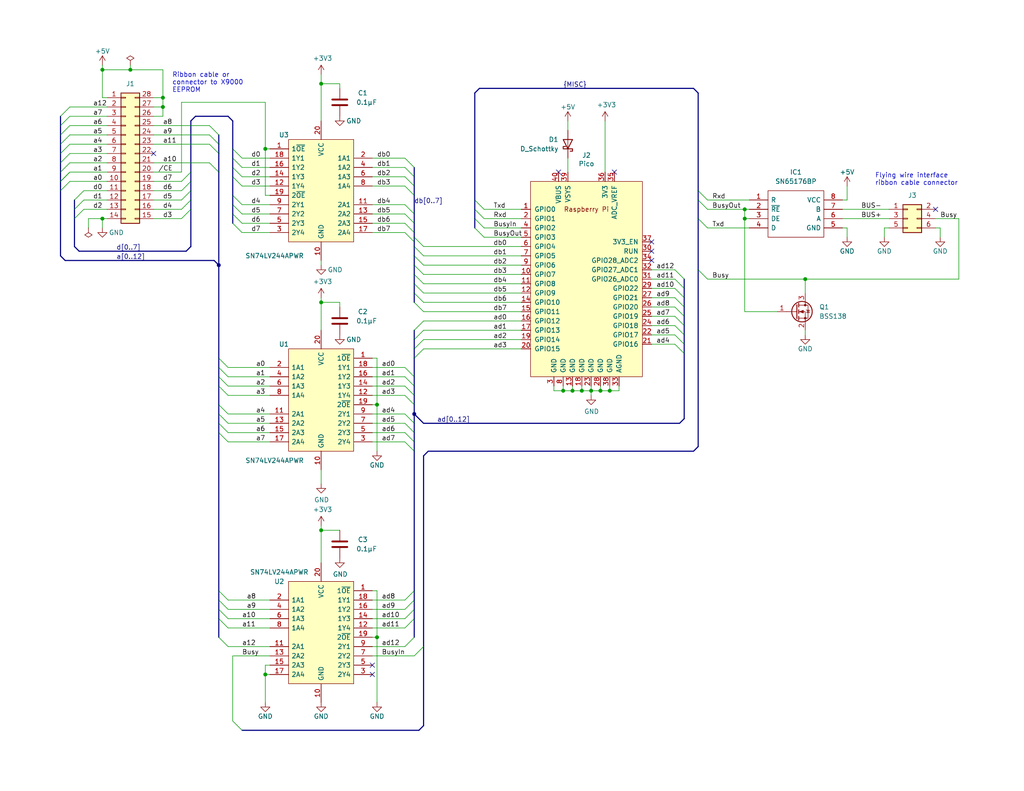
<source format=kicad_sch>
(kicad_sch (version 20211123) (generator eeschema)
  (paper "USLetter")
  (title_block (title "Xcat 9000 code plug replacment for Syntor X9000") (date "2022-08-14") (rev "A") (company "Xcat group https://groups.io/g/xcat") (comment 2 "PCB: WA1JHK") (comment 3 "Electronic Design: WB6YMH") (comment 4 "Copyright (C) 2022, Skip Hansen"))
  (lib_symbols
    (symbol "Connector_Generic:Conn_02x03_Odd_Even" (pin_names (offset 1.016) hide)
      (property "Reference" "J" (at 1.27 5.08 0))
      (property "Value" "Conn_02x03_Odd_Even" (at 1.27 -5.08 0))
      (symbol "Conn_02x03_Odd_Even_1_1"
        (rectangle (start -1.27 -2.413) (end 0 -2.667) (stroke (width 0.1524)))
        (rectangle (start -1.27 0.127) (end 0 -0.127) (stroke (width 0.1524)))
        (rectangle (start -1.27 2.667) (end 0 2.413) (stroke (width 0.1524)))
        (rectangle (start -1.27 3.81) (end 3.81 -3.81) (stroke (width 0.254)) (fill (type background)))
        (rectangle (start 3.81 -2.413) (end 2.54 -2.667) (stroke (width 0.1524)))
        (rectangle (start 3.81 0.127) (end 2.54 -0.127) (stroke (width 0.1524)))
        (rectangle (start 3.81 2.667) (end 2.54 2.413) (stroke (width 0.1524)))
        (pin passive line (at -5.08 2.54 0) (length 3.81) (name "Pin_1") (number "1"))
        (pin passive line (at 7.62 2.54 180) (length 3.81) (name "Pin_2") (number "2"))
        (pin passive line (at -5.08 0 0) (length 3.81) (name "Pin_3") (number "3"))
        (pin passive line (at 7.62 0 180) (length 3.81) (name "Pin_4") (number "4"))
        (pin passive line (at -5.08 -2.54 0) (length 3.81) (name "Pin_5") (number "5"))
        (pin passive line (at 7.62 -2.54 180) (length 3.81) (name "Pin_6") (number "6"))
      )
    )
    (symbol "Connector_Generic:Conn_02x14_Counter_Clockwise" (pin_names (offset 1.016) hide)
      (property "Reference" "J" (at 1.27 17.78 0))
      (property "Value" "Conn_02x14_Counter_Clockwise" (at 1.27 -20.32 0))
      (symbol "Conn_02x14_Counter_Clockwise_1_1"
        (rectangle (start -1.27 -17.653) (end 0 -17.907) (stroke (width 0.1524)))
        (rectangle (start -1.27 -15.113) (end 0 -15.367) (stroke (width 0.1524)))
        (rectangle (start -1.27 -12.573) (end 0 -12.827) (stroke (width 0.1524)))
        (rectangle (start -1.27 -10.033) (end 0 -10.287) (stroke (width 0.1524)))
        (rectangle (start -1.27 -7.493) (end 0 -7.747) (stroke (width 0.1524)))
        (rectangle (start -1.27 -4.953) (end 0 -5.207) (stroke (width 0.1524)))
        (rectangle (start -1.27 -2.413) (end 0 -2.667) (stroke (width 0.1524)))
        (rectangle (start -1.27 0.127) (end 0 -0.127) (stroke (width 0.1524)))
        (rectangle (start -1.27 2.667) (end 0 2.413) (stroke (width 0.1524)))
        (rectangle (start -1.27 5.207) (end 0 4.953) (stroke (width 0.1524)))
        (rectangle (start -1.27 7.747) (end 0 7.493) (stroke (width 0.1524)))
        (rectangle (start -1.27 10.287) (end 0 10.033) (stroke (width 0.1524)))
        (rectangle (start -1.27 12.827) (end 0 12.573) (stroke (width 0.1524)))
        (rectangle (start -1.27 15.367) (end 0 15.113) (stroke (width 0.1524)))
        (rectangle (start -1.27 16.51) (end 3.81 -19.05) (stroke (width 0.254)) (fill (type background)))
        (rectangle (start 3.81 -17.653) (end 2.54 -17.907) (stroke (width 0.1524)))
        (rectangle (start 3.81 -15.113) (end 2.54 -15.367) (stroke (width 0.1524)))
        (rectangle (start 3.81 -12.573) (end 2.54 -12.827) (stroke (width 0.1524)))
        (rectangle (start 3.81 -10.033) (end 2.54 -10.287) (stroke (width 0.1524)))
        (rectangle (start 3.81 -7.493) (end 2.54 -7.747) (stroke (width 0.1524)))
        (rectangle (start 3.81 -4.953) (end 2.54 -5.207) (stroke (width 0.1524)))
        (rectangle (start 3.81 -2.413) (end 2.54 -2.667) (stroke (width 0.1524)))
        (rectangle (start 3.81 0.127) (end 2.54 -0.127) (stroke (width 0.1524)))
        (rectangle (start 3.81 2.667) (end 2.54 2.413) (stroke (width 0.1524)))
        (rectangle (start 3.81 5.207) (end 2.54 4.953) (stroke (width 0.1524)))
        (rectangle (start 3.81 7.747) (end 2.54 7.493) (stroke (width 0.1524)))
        (rectangle (start 3.81 10.287) (end 2.54 10.033) (stroke (width 0.1524)))
        (rectangle (start 3.81 12.827) (end 2.54 12.573) (stroke (width 0.1524)))
        (rectangle (start 3.81 15.367) (end 2.54 15.113) (stroke (width 0.1524)))
        (pin passive line (at -5.08 15.24 0) (length 3.81) (name "Pin_1") (number "1"))
        (pin passive line (at -5.08 -7.62 0) (length 3.81) (name "Pin_10") (number "10"))
        (pin passive line (at -5.08 -10.16 0) (length 3.81) (name "Pin_11") (number "11"))
        (pin passive line (at -5.08 -12.7 0) (length 3.81) (name "Pin_12") (number "12"))
        (pin passive line (at -5.08 -15.24 0) (length 3.81) (name "Pin_13") (number "13"))
        (pin passive line (at -5.08 -17.78 0) (length 3.81) (name "Pin_14") (number "14"))
        (pin passive line (at 7.62 -17.78 180) (length 3.81) (name "Pin_15") (number "15"))
        (pin passive line (at 7.62 -15.24 180) (length 3.81) (name "Pin_16") (number "16"))
        (pin passive line (at 7.62 -12.7 180) (length 3.81) (name "Pin_17") (number "17"))
        (pin passive line (at 7.62 -10.16 180) (length 3.81) (name "Pin_18") (number "18"))
        (pin passive line (at 7.62 -7.62 180) (length 3.81) (name "Pin_19") (number "19"))
        (pin passive line (at -5.08 12.7 0) (length 3.81) (name "Pin_2") (number "2"))
        (pin passive line (at 7.62 -5.08 180) (length 3.81) (name "Pin_20") (number "20"))
        (pin passive line (at 7.62 -2.54 180) (length 3.81) (name "Pin_21") (number "21"))
        (pin passive line (at 7.62 0 180) (length 3.81) (name "Pin_22") (number "22"))
        (pin passive line (at 7.62 2.54 180) (length 3.81) (name "Pin_23") (number "23"))
        (pin passive line (at 7.62 5.08 180) (length 3.81) (name "Pin_24") (number "24"))
        (pin passive line (at 7.62 7.62 180) (length 3.81) (name "Pin_25") (number "25"))
        (pin passive line (at 7.62 10.16 180) (length 3.81) (name "Pin_26") (number "26"))
        (pin passive line (at 7.62 12.7 180) (length 3.81) (name "Pin_27") (number "27"))
        (pin passive line (at 7.62 15.24 180) (length 3.81) (name "Pin_28") (number "28"))
        (pin passive line (at -5.08 10.16 0) (length 3.81) (name "Pin_3") (number "3"))
        (pin passive line (at -5.08 7.62 0) (length 3.81) (name "Pin_4") (number "4"))
        (pin passive line (at -5.08 5.08 0) (length 3.81) (name "Pin_5") (number "5"))
        (pin passive line (at -5.08 2.54 0) (length 3.81) (name "Pin_6") (number "6"))
        (pin passive line (at -5.08 0 0) (length 3.81) (name "Pin_7") (number "7"))
        (pin passive line (at -5.08 -2.54 0) (length 3.81) (name "Pin_8") (number "8"))
        (pin passive line (at -5.08 -5.08 0) (length 3.81) (name "Pin_9") (number "9"))
      )
    )
    (symbol "Device:C" (pin_numbers hide) (pin_names (offset 0.254))
      (property "Reference" "C" (at 0.635 2.54 0))
      (property "Value" "C" (at 0.635 -2.54 0))
      (symbol "C_0_1"
        (polyline (pts (xy -2.032 -0.762) (xy 2.032 -0.762)) (stroke (width 0.508)))
        (polyline (pts (xy -2.032 0.762) (xy 2.032 0.762)) (stroke (width 0.508)))
      )
      (symbol "C_1_1"
        (pin passive line (at 0 3.81 270) (length 2.794) (name "~") (number "1"))
        (pin passive line (at 0 -3.81 90) (length 2.794) (name "~") (number "2"))
      )
    )
    (symbol "Transistor_FET:BSS138" (pin_names hide)
      (property "Reference" "Q" (at 5.08 1.905 0))
      (property "Value" "BSS138" (at 5.08 0 0))
      (symbol "BSS138_0_1"
        (polyline (pts (xy 0.254 0) (xy -2.54 0)))
        (polyline (pts (xy 0.254 1.905) (xy 0.254 -1.905)) (stroke (width 0.254)))
        (polyline (pts (xy 0.762 -1.27) (xy 0.762 -2.286)) (stroke (width 0.254)))
        (polyline (pts (xy 0.762 0.508) (xy 0.762 -0.508)) (stroke (width 0.254)))
        (polyline (pts (xy 0.762 2.286) (xy 0.762 1.27)) (stroke (width 0.254)))
        (polyline (pts (xy 2.54 2.54) (xy 2.54 1.778)))
        (polyline (pts (xy 2.54 -2.54) (xy 2.54 0) (xy 0.762 0)))
        (polyline (pts (xy 0.762 -1.778) (xy 3.302 -1.778) (xy 3.302 1.778) (xy 0.762 1.778)))
        (polyline (pts (xy 1.016 0) (xy 2.032 0.381) (xy 2.032 -0.381) (xy 1.016 0)) (fill (type outline)))
        (polyline (pts (xy 2.794 0.508) (xy 2.921 0.381) (xy 3.683 0.381) (xy 3.81 0.254)))
        (polyline (pts (xy 3.302 0.381) (xy 2.921 -0.254) (xy 3.683 -0.254) (xy 3.302 0.381)))
        (circle (center 1.651 0) (radius 2.794) (stroke (width 0.254)))
        (circle (center 2.54 -1.778) (radius 0.254) (fill (type outline)))
        (circle (center 2.54 1.778) (radius 0.254) (fill (type outline)))
      )
      (symbol "BSS138_1_1"
        (pin input line (at -5.08 0 0) (length 2.54) (name "G") (number "1"))
        (pin passive line (at 2.54 -5.08 90) (length 2.54) (name "S") (number "2"))
        (pin passive line (at 2.54 5.08 270) (length 2.54) (name "D") (number "3"))
      )
    )
    (symbol "picocart:D_Schottky" (pin_numbers hide) (pin_names (offset 1.016) hide)
      (property "Reference" "D" (at 0 2.54 0))
      (property "Value" "D_Schottky" (at 0 -2.54 0))
      (symbol "D_Schottky_0_1"
        (polyline (pts (xy 1.27 0) (xy -1.27 0)))
        (polyline (pts (xy 1.27 1.27) (xy 1.27 -1.27) (xy -1.27 0) (xy 1.27 1.27)) (stroke (width 0.254)))
        (polyline (pts (xy -1.905 0.635) (xy -1.905 1.27) (xy -1.27 1.27) (xy -1.27 -1.27) (xy -0.635 -1.27) (xy -0.635 -0.635)) (stroke (width 0.254)))
      )
      (symbol "D_Schottky_1_1"
        (pin power_out line (at -3.81 0 0) (length 2.54) (name "K") (number "1"))
        (pin power_in line (at 3.81 0 180) (length 2.54) (name "A") (number "2"))
      )
    )
    (symbol "picocart:Pico" (pin_names (offset 1.016))
      (property "Reference" "U" (at -13.97 27.94 0))
      (property "Value" "Pico" (at 0 16.51 0))
      (symbol "Pico_0_0"
        (text "Raspberry Pi" (at 0 19.05 0) (effects (font (size 1.27 1.27))))
      )
      (symbol "Pico_0_1"
        (rectangle (start -15.24 26.67) (end 15.24 -26.67) (fill (type background)))
      )
      (symbol "Pico_1_1"
        (pin bidirectional line (at -17.78 19.05 0) (length 2.54) (name "GPIO0") (number "1"))
        (pin bidirectional line (at -17.78 1.27 0) (length 2.54) (name "GPIO7") (number "10"))
        (pin bidirectional line (at -17.78 -1.27 0) (length 2.54) (name "GPIO8") (number "11"))
        (pin bidirectional line (at -17.78 -3.81 0) (length 2.54) (name "GPIO9") (number "12"))
        (pin power_in line (at -3.81 -29.21 90) (length 2.54) (name "GND") (number "13"))
        (pin bidirectional line (at -17.78 -6.35 0) (length 2.54) (name "GPIO10") (number "14"))
        (pin bidirectional line (at -17.78 -8.89 0) (length 2.54) (name "GPIO11") (number "15"))
        (pin bidirectional line (at -17.78 -11.43 0) (length 2.54) (name "GPIO12") (number "16"))
        (pin bidirectional line (at -17.78 -13.97 0) (length 2.54) (name "GPIO13") (number "17"))
        (pin power_in line (at -1.27 -29.21 90) (length 2.54) (name "GND") (number "18"))
        (pin bidirectional line (at -17.78 -16.51 0) (length 2.54) (name "GPIO14") (number "19"))
        (pin bidirectional line (at -17.78 16.51 0) (length 2.54) (name "GPIO1") (number "2"))
        (pin bidirectional line (at -17.78 -19.05 0) (length 2.54) (name "GPIO15") (number "20"))
        (pin bidirectional line (at 17.78 -17.78 180) (length 2.54) (name "GPIO16") (number "21"))
        (pin bidirectional line (at 17.78 -15.24 180) (length 2.54) (name "GPIO17") (number "22"))
        (pin power_in line (at 1.27 -29.21 90) (length 2.54) (name "GND") (number "23"))
        (pin bidirectional line (at 17.78 -12.7 180) (length 2.54) (name "GPIO18") (number "24"))
        (pin bidirectional line (at 17.78 -10.16 180) (length 2.54) (name "GPIO19") (number "25"))
        (pin bidirectional line (at 17.78 -7.62 180) (length 2.54) (name "GPIO20") (number "26"))
        (pin bidirectional line (at 17.78 -5.08 180) (length 2.54) (name "GPIO21") (number "27"))
        (pin power_in line (at 3.81 -29.21 90) (length 2.54) (name "GND") (number "28"))
        (pin bidirectional line (at 17.78 -2.54 180) (length 2.54) (name "GPIO22") (number "29"))
        (pin power_in line (at -8.89 -29.21 90) (length 2.54) (name "GND") (number "3"))
        (pin input line (at 17.78 7.62 180) (length 2.54) (name "RUN") (number "30"))
        (pin bidirectional line (at 17.78 0 180) (length 2.54) (name "GPIO26_ADC0") (number "31"))
        (pin bidirectional line (at 17.78 2.54 180) (length 2.54) (name "GPIO27_ADC1") (number "32"))
        (pin power_in line (at 8.89 -29.21 90) (length 2.54) (name "AGND") (number "33"))
        (pin bidirectional line (at 17.78 5.08 180) (length 2.54) (name "GPIO28_ADC2") (number "34"))
        (pin unspecified line (at 7.62 29.21 270) (length 2.54) (name "ADC_VREF") (number "35"))
        (pin power_out line (at 5.08 29.21 270) (length 2.54) (name "3V3") (number "36"))
        (pin input line (at 17.78 10.16 180) (length 2.54) (name "3V3_EN") (number "37"))
        (pin power_in line (at 6.35 -29.21 90) (length 2.54) (name "GND") (number "38"))
        (pin power_in line (at -5.08 29.21 270) (length 2.54) (name "VSYS") (number "39"))
        (pin bidirectional line (at -17.78 13.97 0) (length 2.54) (name "GPIO2") (number "4"))
        (pin unspecified line (at -7.62 29.21 270) (length 2.54) (name "VBUS") (number "40"))
        (pin bidirectional line (at -17.78 11.43 0) (length 2.54) (name "GPIO3") (number "5"))
        (pin bidirectional line (at -17.78 8.89 0) (length 2.54) (name "GPIO4") (number "6"))
        (pin bidirectional line (at -17.78 6.35 0) (length 2.54) (name "GPIO5") (number "7"))
        (pin power_in line (at -6.35 -29.21 90) (length 2.54) (name "GND") (number "8"))
        (pin bidirectional line (at -17.78 3.81 0) (length 2.54) (name "GPIO6") (number "9"))
      )
    )
    (symbol "picocart:SN74LV244APWR" (pin_names (offset 0.762))
      (property "Reference" "IC" (at 24.13 7.62 0))
      (property "Value" "SN74LV244APWR" (at 24.13 5.08 0))
      (symbol "SN74LV244APWR_0_0"
        (pin input line (at 27.94 0 180) (length 5.08) (name "1~{OE}") (number "1"))
        (pin passive line (at 13.97 -30.48 90) (length 5.08) (name "GND") (number "10"))
        (pin input line (at 0 -15.24 0) (length 5.08) (name "2A1") (number "11"))
        (pin output line (at 27.94 -10.16 180) (length 5.08) (name "1Y4") (number "12"))
        (pin input line (at 0 -17.78 0) (length 5.08) (name "2A2") (number "13"))
        (pin output line (at 27.94 -7.62 180) (length 5.08) (name "1Y3") (number "14"))
        (pin input line (at 0 -20.32 0) (length 5.08) (name "2A3") (number "15"))
        (pin output line (at 27.94 -5.08 180) (length 5.08) (name "1Y2") (number "16"))
        (pin input line (at 0 -22.86 0) (length 5.08) (name "2A4") (number "17"))
        (pin output line (at 27.94 -2.54 180) (length 5.08) (name "1Y1") (number "18"))
        (pin input line (at 27.94 -12.7 180) (length 5.08) (name "2~{OE}") (number "19"))
        (pin input line (at 0 -2.54 0) (length 5.08) (name "1A1") (number "2"))
        (pin power_in line (at 13.97 7.62 270) (length 5.08) (name "VCC") (number "20"))
        (pin output line (at 27.94 -22.86 180) (length 5.08) (name "2Y4") (number "3"))
        (pin input line (at 0 -5.08 0) (length 5.08) (name "1A2") (number "4"))
        (pin output line (at 27.94 -20.32 180) (length 5.08) (name "2Y3") (number "5"))
        (pin input line (at 0 -7.62 0) (length 5.08) (name "1A3") (number "6"))
        (pin output line (at 27.94 -17.78 180) (length 5.08) (name "2Y2") (number "7"))
        (pin input line (at 0 -10.16 0) (length 5.08) (name "1A4") (number "8"))
        (pin output line (at 27.94 -15.24 180) (length 5.08) (name "2Y1") (number "9"))
      )
      (symbol "SN74LV244APWR_0_1"
        (polyline (pts (xy 5.08 2.54) (xy 22.86 2.54) (xy 22.86 -25.4) (xy 5.08 -25.4) (xy 5.08 2.54)) (stroke (width 0.1524)) (fill (type background)))
      )
    )
    (symbol "power:+3V3" (power) (pin_names (offset 0))
      (property "Value" "+3V3" (at 0 3.556 0))
      (symbol "+3V3_0_1"
        (polyline (pts (xy -0.762 1.27) (xy 0 2.54)))
        (polyline (pts (xy 0 0) (xy 0 2.54)))
        (polyline (pts (xy 0 2.54) (xy 0.762 1.27)))
      )
      (symbol "+3V3_1_1"
        (pin power_in line (at 0 0 90) (length 0) hide (name "+3V3") (number "1"))
      )
    )
    (symbol "power:+5V" (power) (pin_names (offset 0))
      (property "Value" "+5V" (at 0 3.556 0))
      (symbol "+5V_0_1"
        (polyline (pts (xy -0.762 1.27) (xy 0 2.54)))
        (polyline (pts (xy 0 0) (xy 0 2.54)))
        (polyline (pts (xy 0 2.54) (xy 0.762 1.27)))
      )
      (symbol "+5V_1_1"
        (pin power_in line (at 0 0 90) (length 0) hide (name "+5V") (number "1"))
      )
    )
    (symbol "power:GND" (power) (pin_names (offset 0))
      (property "Value" "GND" (at 0 -3.81 0))
      (symbol "GND_0_1"
        (polyline (pts (xy 0 0) (xy 0 -1.27) (xy 1.27 -1.27) (xy 0 -2.54) (xy -1.27 -1.27) (xy 0 -1.27)))
      )
      (symbol "GND_1_1"
        (pin power_in line (at 0 0 270) (length 0) hide (name "GND") (number "1"))
      )
    )
    (symbol "power:PWR_FLAG" (power) (pin_numbers hide) (pin_names (offset 0) hide)
      (property "Value" "PWR_FLAG" (at 0 3.81 0))
      (symbol "PWR_FLAG_0_0"
        (pin power_out line (at 0 0 90) (length 0) (name "pwr") (number "1"))
      )
      (symbol "PWR_FLAG_0_1"
        (polyline (pts (xy 0 0) (xy 0 1.27) (xy -1.016 1.905) (xy 0 2.54) (xy 1.016 1.905) (xy 0 1.27)))
      )
    )
    (symbol "xcat:SN65176BP" (pin_names (offset 0.762))
      (property "Reference" "IC" (at 21.59 7.62 0))
      (property "Value" "SN65176BP" (at 21.59 5.08 0))
      (symbol "SN65176BP_0_0"
        (pin passive line (at 0 0 0) (length 5.08) (name "R") (number "1"))
        (pin passive line (at 0 -2.54 0) (length 5.08) (name "~{RE}") (number "2"))
        (pin passive line (at 0 -5.08 0) (length 5.08) (name "DE") (number "3"))
        (pin passive line (at 0 -7.62 0) (length 5.08) (name "D") (number "4"))
        (pin passive line (at 25.4 -7.62 180) (length 5.08) (name "GND") (number "5"))
        (pin passive line (at 25.4 -5.08 180) (length 5.08) (name "A") (number "6"))
        (pin passive line (at 25.4 -2.54 180) (length 5.08) (name "B") (number "7"))
        (pin passive line (at 25.4 0 180) (length 5.08) (name "VCC") (number "8"))
      )
      (symbol "SN65176BP_0_1"
        (polyline (pts (xy 5.08 2.54) (xy 20.32 2.54) (xy 20.32 -10.16) (xy 5.08 -10.16) (xy 5.08 2.54)) (stroke (width 0.1524)))
      )
    )
  )
  (bus_alias "MISC" (members "Txd" "Rxd" "BusyOut" "BusyIn" "Busy"))
  (junction (at 72.39 184.15))
  (junction (at 158.75 106.68))
  (junction (at 166.37 106.68))
  (junction (at 219.71 76.2))
  (junction (at 44.45 26.67))
  (junction (at 27.94 19.05))
  (junction (at 59.69 72.39))
  (junction (at 203.2 57.15))
  (junction (at 102.87 110.49))
  (junction (at 156.21 106.68))
  (junction (at 153.67 106.68))
  (junction (at 113.03 113.03))
  (junction (at 72.39 40.64))
  (junction (at 161.29 106.68))
  (junction (at 87.63 22.86))
  (junction (at 87.63 82.55))
  (junction (at 163.83 106.68))
  (junction (at 44.45 29.21))
  (junction (at 203.2 59.69))
  (junction (at 35.56 19.05))
  (junction (at 27.94 59.69))
  (junction (at 87.63 144.78))
  (junction (at 102.87 173.99))
  (no_connect (at 255.27 57.15))
  (no_connect (at 177.8 66.04))
  (no_connect (at 177.8 68.58))
  (no_connect (at 41.91 41.91))
  (no_connect (at 177.8 71.12))
  (no_connect (at 101.6 181.61))
  (no_connect (at 101.6 184.15))
  (no_connect (at 167.64 46.99))
  (no_connect (at 152.4 46.99))
  (bus_entry (at 186.69 91.44) (size -2.54 -2.54))
  (bus_entry (at 62.23 107.95) (size -2.54 -2.54))
  (bus_entry (at 115.57 77.47) (size -2.54 -2.54))
  (bus_entry (at 186.69 96.52) (size -2.54 -2.54))
  (bus_entry (at 57.15 36.83) (size 2.54 2.54))
  (bus_entry (at 113.03 110.49) (size -2.54 -2.54))
  (bus_entry (at 57.15 39.37) (size 2.54 2.54))
  (bus_entry (at 19.05 36.83) (size -2.54 2.54))
  (bus_entry (at 113.03 92.71) (size 2.54 -2.54))
  (bus_entry (at 62.23 120.65) (size -2.54 -2.54))
  (bus_entry (at 19.05 39.37) (size -2.54 2.54))
  (bus_entry (at 115.57 85.09) (size -2.54 -2.54))
  (bus_entry (at 113.03 102.87) (size -2.54 -2.54))
  (bus_entry (at 62.23 100.33) (size -2.54 -2.54))
  (bus_entry (at 115.57 67.31) (size -2.54 -2.54))
  (bus_entry (at 66.04 199.39) (size -2.54 -2.54))
  (bus_entry (at 62.23 102.87) (size -2.54 -2.54))
  (bus_entry (at 52.07 52.07) (size -2.54 2.54))
  (bus_entry (at 59.69 163.83) (size 2.54 2.54))
  (bus_entry (at 52.07 46.99) (size -2.54 2.54))
  (bus_entry (at 113.03 166.37) (size -2.54 2.54))
  (bus_entry (at 113.03 173.99) (size -2.54 2.54))
  (bus_entry (at 113.03 168.91) (size -2.54 2.54))
  (bus_entry (at 115.57 74.93) (size -2.54 -2.54))
  (bus_entry (at 66.04 48.26) (size -2.54 -2.54))
  (bus_entry (at 184.15 73.66) (size 2.54 2.54))
  (bus_entry (at 113.03 66.04) (size -2.54 -2.54))
  (bus_entry (at 52.07 49.53) (size -2.54 2.54))
  (bus_entry (at 113.03 120.65) (size -2.54 -2.54))
  (bus_entry (at 113.03 161.29) (size -2.54 2.54))
  (bus_entry (at 66.04 55.88) (size -2.54 -2.54))
  (bus_entry (at 190.5 73.66) (size 2.54 2.54))
  (bus_entry (at 115.57 176.53) (size -2.54 2.54))
  (bus_entry (at 113.03 107.95) (size -2.54 -2.54))
  (bus_entry (at 66.04 58.42) (size -2.54 -2.54))
  (bus_entry (at 66.04 43.18) (size -2.54 -2.54))
  (bus_entry (at 113.03 63.5) (size -2.54 -2.54))
  (bus_entry (at 115.57 80.01) (size -2.54 -2.54))
  (bus_entry (at 62.23 118.11) (size -2.54 -2.54))
  (bus_entry (at 113.03 60.96) (size -2.54 -2.54))
  (bus_entry (at 19.05 41.91) (size -2.54 2.54))
  (bus_entry (at 57.15 44.45) (size 2.54 2.54))
  (bus_entry (at 62.23 113.03) (size -2.54 -2.54))
  (bus_entry (at 190.5 52.07) (size 2.54 2.54))
  (bus_entry (at 186.69 88.9) (size -2.54 -2.54))
  (bus_entry (at 19.05 29.21) (size -2.54 2.54))
  (bus_entry (at 57.15 34.29) (size 2.54 2.54))
  (bus_entry (at 59.69 166.37) (size 2.54 2.54))
  (bus_entry (at 59.69 168.91) (size 2.54 2.54))
  (bus_entry (at 59.69 173.99) (size 2.54 2.54))
  (bus_entry (at 19.05 34.29) (size -2.54 2.54))
  (bus_entry (at 19.05 49.53) (size -2.54 2.54))
  (bus_entry (at 19.05 31.75) (size -2.54 2.54))
  (bus_entry (at 62.23 105.41) (size -2.54 -2.54))
  (bus_entry (at 66.04 60.96) (size -2.54 -2.54))
  (bus_entry (at 186.69 93.98) (size -2.54 -2.54))
  (bus_entry (at 113.03 90.17) (size 2.54 -2.54))
  (bus_entry (at 113.03 115.57) (size -2.54 -2.54))
  (bus_entry (at 110.49 166.37) (size 2.54 -2.54))
  (bus_entry (at 115.57 69.85) (size -2.54 -2.54))
  (bus_entry (at 113.03 95.25) (size 2.54 -2.54))
  (bus_entry (at 19.05 44.45) (size -2.54 2.54))
  (bus_entry (at 115.57 82.55) (size -2.54 -2.54))
  (bus_entry (at 22.86 52.07) (size -2.54 2.54))
  (bus_entry (at 190.5 59.69) (size 2.54 2.54))
  (bus_entry (at 113.03 50.8) (size -2.54 -2.54))
  (bus_entry (at 186.69 86.36) (size -2.54 -2.54))
  (bus_entry (at 22.86 57.15) (size -2.54 2.54))
  (bus_entry (at 66.04 63.5) (size -2.54 -2.54))
  (bus_entry (at 19.05 46.99) (size -2.54 2.54))
  (bus_entry (at 113.03 97.79) (size 2.54 -2.54))
  (bus_entry (at 113.03 118.11) (size -2.54 -2.54))
  (bus_entry (at 59.69 161.29) (size 2.54 2.54))
  (bus_entry (at 113.03 48.26) (size -2.54 -2.54))
  (bus_entry (at 184.15 76.2) (size 2.54 2.54))
  (bus_entry (at 184.15 78.74) (size 2.54 2.54))
  (bus_entry (at 66.04 45.72) (size -2.54 -2.54))
  (bus_entry (at 19.05 46.99) (size -2.54 2.54))
  (bus_entry (at 52.07 57.15) (size -2.54 2.54))
  (bus_entry (at 66.04 50.8) (size -2.54 -2.54))
  (bus_entry (at 113.03 105.41) (size -2.54 -2.54))
  (bus_entry (at 113.03 58.42) (size -2.54 -2.54))
  (bus_entry (at 129.54 59.69) (size 2.54 2.54))
  (bus_entry (at 129.54 62.23) (size 2.54 2.54))
  (bus_entry (at 129.54 57.15) (size 2.54 2.54))
  (bus_entry (at 129.54 54.61) (size 2.54 2.54))
  (bus_entry (at 113.03 53.34) (size -2.54 -2.54))
  (bus_entry (at 113.03 45.72) (size -2.54 -2.54))
  (bus_entry (at 62.23 115.57) (size -2.54 -2.54))
  (bus_entry (at 190.5 54.61) (size 2.54 2.54))
  (bus_entry (at 22.86 54.61) (size -2.54 2.54))
  (bus_entry (at 113.03 123.19) (size -2.54 -2.54))
  (bus_entry (at 186.69 83.82) (size -2.54 -2.54))
  (bus_entry (at 52.07 54.61) (size -2.54 2.54))
  (bus_entry (at 115.57 72.39) (size -2.54 -2.54))
  (bus (pts (xy 186.69 78.74) (xy 186.69 81.28)))
  (bus (pts (xy 20.32 57.15) (xy 20.32 59.69)))
  (wire (pts (xy 101.6 100.33) (xy 110.49 100.33)))
  (wire (pts (xy 153.67 106.68) (xy 156.21 106.68)))
  (wire (pts (xy 161.29 106.68) (xy 163.83 106.68)))
  (wire (pts (xy 41.91 49.53) (xy 49.53 49.53)))
  (bus (pts (xy 59.69 36.83) (xy 59.69 39.37)))
  (bus (pts (xy 63.5 43.18) (xy 63.5 40.64)))
  (wire (pts (xy 101.6 120.65) (xy 110.49 120.65)))
  (wire (pts (xy 193.04 57.15) (xy 203.2 57.15)))
  (wire (pts (xy 219.71 76.2) (xy 219.71 80.01)))
  (bus (pts (xy 16.51 46.99) (xy 16.51 44.45)))
  (wire (pts (xy 62.23 107.95) (xy 73.66 107.95)))
  (wire (pts (xy 242.57 62.23) (xy 241.3 62.23)))
  (wire (pts (xy 66.04 43.18) (xy 73.66 43.18)))
  (wire (pts (xy 49.53 27.94) (xy 72.39 27.94)))
  (wire (pts (xy 41.91 52.07) (xy 49.53 52.07)))
  (bus (pts (xy 113.03 110.49) (xy 113.03 113.03)))
  (bus (pts (xy 186.69 76.2) (xy 186.69 78.74)))
  (wire (pts (xy 177.8 93.98) (xy 184.15 93.98)))
  (wire (pts (xy 62.23 100.33) (xy 73.66 100.33)))
  (bus (pts (xy 59.69 97.79) (xy 59.69 72.39)))
  (wire (pts (xy 41.91 39.37) (xy 57.15 39.37)))
  (wire (pts (xy 87.63 128.27) (xy 87.63 132.08)))
  (wire (pts (xy 231.14 54.61) (xy 231.14 50.8)))
  (wire (pts (xy 158.75 105.41) (xy 158.75 106.68)))
  (bus (pts (xy 59.69 41.91) (xy 59.69 39.37)))
  (bus (pts (xy 190.5 59.69) (xy 190.5 73.66)))
  (wire (pts (xy 132.08 59.69) (xy 142.24 59.69)))
  (wire (pts (xy 115.57 77.47) (xy 142.24 77.47)))
  (wire (pts (xy 44.45 19.05) (xy 44.45 26.67)))
  (wire (pts (xy 161.29 106.68) (xy 161.29 107.95)))
  (bus (pts (xy 16.51 44.45) (xy 16.51 41.91)))
  (wire (pts (xy 92.71 24.13) (xy 92.71 22.86)))
  (bus (pts (xy 113.03 161.29) (xy 113.03 163.83)))
  (wire (pts (xy 166.37 106.68) (xy 168.91 106.68)))
  (wire (pts (xy 72.39 191.77) (xy 72.39 184.15)))
  (bus (pts (xy 16.51 41.91) (xy 16.51 39.37)))
  (bus (pts (xy 113.03 50.8) (xy 113.03 53.34)))
  (bus (pts (xy 59.69 163.83) (xy 59.69 166.37)))
  (bus (pts (xy 113.03 67.31) (xy 113.03 69.85)))
  (wire (pts (xy 22.86 54.61) (xy 29.21 54.61)))
  (wire (pts (xy 158.75 106.68) (xy 161.29 106.68)))
  (bus (pts (xy 113.03 64.77) (xy 113.03 66.04)))
  (wire (pts (xy 102.87 97.79) (xy 102.87 110.49)))
  (wire (pts (xy 177.8 78.74) (xy 184.15 78.74)))
  (wire (pts (xy 66.04 63.5) (xy 73.66 63.5)))
  (wire (pts (xy 101.6 118.11) (xy 110.49 118.11)))
  (bus (pts (xy 63.5 33.02) (xy 63.5 40.64)))
  (bus (pts (xy 113.03 53.34) (xy 113.03 58.42)))
  (wire (pts (xy 24.13 59.69) (xy 27.94 59.69)))
  (wire (pts (xy 161.29 105.41) (xy 161.29 106.68)))
  (bus (pts (xy 115.57 198.12) (xy 114.3 199.39)))
  (wire (pts (xy 22.86 57.15) (xy 29.21 57.15)))
  (wire (pts (xy 229.87 59.69) (xy 242.57 59.69)))
  (wire (pts (xy 41.91 44.45) (xy 57.15 44.45)))
  (bus (pts (xy 113.03 163.83) (xy 113.03 166.37)))
  (wire (pts (xy 73.66 176.53) (xy 62.23 176.53)))
  (bus (pts (xy 16.51 39.37) (xy 16.51 36.83)))
  (wire (pts (xy 41.91 29.21) (xy 44.45 29.21)))
  (bus (pts (xy 130.81 24.13) (xy 189.23 24.13)))
  (wire (pts (xy 115.57 87.63) (xy 142.24 87.63)))
  (bus (pts (xy 190.5 73.66) (xy 190.5 121.92)))
  (wire (pts (xy 154.94 35.56) (xy 154.94 33.02)))
  (wire (pts (xy 163.83 105.41) (xy 163.83 106.68)))
  (wire (pts (xy 41.91 26.67) (xy 44.45 26.67)))
  (wire (pts (xy 27.94 26.67) (xy 29.21 26.67)))
  (wire (pts (xy 115.57 74.93) (xy 142.24 74.93)))
  (bus (pts (xy 59.69 168.91) (xy 59.69 173.99)))
  (bus (pts (xy 59.69 100.33) (xy 59.69 102.87)))
  (bus (pts (xy 58.42 71.12) (xy 17.78 71.12)))
  (bus (pts (xy 59.69 118.11) (xy 59.69 161.29)))
  (wire (pts (xy 62.23 120.65) (xy 73.66 120.65)))
  (wire (pts (xy 177.8 76.2) (xy 184.15 76.2)))
  (wire (pts (xy 101.6 102.87) (xy 110.49 102.87)))
  (bus (pts (xy 59.69 105.41) (xy 59.69 110.49)))
  (wire (pts (xy 66.04 45.72) (xy 73.66 45.72)))
  (bus (pts (xy 63.5 48.26) (xy 63.5 45.72)))
  (wire (pts (xy 62.23 115.57) (xy 73.66 115.57)))
  (bus (pts (xy 113.03 72.39) (xy 113.03 74.93)))
  (wire (pts (xy 101.6 161.29) (xy 102.87 161.29)))
  (bus (pts (xy 59.69 110.49) (xy 59.69 113.03)))
  (wire (pts (xy 19.05 39.37) (xy 29.21 39.37)))
  (bus (pts (xy 129.54 62.23) (xy 129.54 59.69)))
  (wire (pts (xy 19.05 44.45) (xy 29.21 44.45)))
  (wire (pts (xy 72.39 184.15) (xy 72.39 181.61)))
  (wire (pts (xy 72.39 53.34) (xy 72.39 40.64)))
  (bus (pts (xy 63.5 60.96) (xy 63.5 58.42)))
  (wire (pts (xy 203.2 85.09) (xy 212.09 85.09)))
  (bus (pts (xy 113.03 120.65) (xy 113.03 123.19)))
  (bus (pts (xy 59.69 97.79) (xy 59.69 100.33)))
  (wire (pts (xy 44.45 19.05) (xy 35.56 19.05)))
  (wire (pts (xy 87.63 144.78) (xy 87.63 143.51)))
  (bus (pts (xy 186.69 88.9) (xy 186.69 91.44)))
  (wire (pts (xy 87.63 144.78) (xy 87.63 153.67)))
  (bus (pts (xy 186.69 114.3) (xy 185.42 115.57)))
  (wire (pts (xy 41.91 54.61) (xy 49.53 54.61)))
  (wire (pts (xy 35.56 19.05) (xy 35.56 17.78)))
  (bus (pts (xy 113.03 113.03) (xy 115.57 115.57)))
  (bus (pts (xy 59.69 113.03) (xy 59.69 115.57)))
  (wire (pts (xy 177.8 83.82) (xy 184.15 83.82)))
  (wire (pts (xy 22.86 52.07) (xy 29.21 52.07)))
  (wire (pts (xy 156.21 106.68) (xy 158.75 106.68)))
  (wire (pts (xy 73.66 171.45) (xy 62.23 171.45)))
  (bus (pts (xy 50.8 68.58) (xy 21.59 68.58)))
  (wire (pts (xy 87.63 20.32) (xy 87.63 22.86)))
  (wire (pts (xy 165.1 46.99) (xy 165.1 33.02)))
  (bus (pts (xy 186.69 83.82) (xy 186.69 86.36)))
  (wire (pts (xy 102.87 110.49) (xy 102.87 123.19)))
  (wire (pts (xy 19.05 29.21) (xy 29.21 29.21)))
  (wire (pts (xy 101.6 63.5) (xy 110.49 63.5)))
  (wire (pts (xy 115.57 92.71) (xy 142.24 92.71)))
  (wire (pts (xy 115.57 82.55) (xy 142.24 82.55)))
  (bus (pts (xy 129.54 59.69) (xy 129.54 57.15)))
  (bus (pts (xy 113.03 95.25) (xy 113.03 97.79)))
  (wire (pts (xy 204.47 59.69) (xy 203.2 59.69)))
  (wire (pts (xy 27.94 19.05) (xy 27.94 26.67)))
  (wire (pts (xy 29.21 59.69) (xy 27.94 59.69)))
  (wire (pts (xy 49.53 27.94) (xy 49.53 46.99)))
  (bus (pts (xy 52.07 33.02) (xy 52.07 46.99)))
  (bus (pts (xy 63.5 58.42) (xy 63.5 55.88)))
  (wire (pts (xy 101.6 97.79) (xy 102.87 97.79)))
  (wire (pts (xy 193.04 62.23) (xy 204.47 62.23)))
  (bus (pts (xy 129.54 57.15) (xy 129.54 54.61)))
  (bus (pts (xy 52.07 52.07) (xy 52.07 54.61)))
  (bus (pts (xy 113.03 66.04) (xy 113.03 67.31)))
  (bus (pts (xy 53.34 31.75) (xy 52.07 33.02)))
  (wire (pts (xy 261.62 76.2) (xy 219.71 76.2)))
  (wire (pts (xy 256.54 62.23) (xy 256.54 64.77)))
  (wire (pts (xy 132.08 64.77) (xy 142.24 64.77)))
  (bus (pts (xy 113.03 80.01) (xy 113.03 82.55)))
  (bus (pts (xy 113.03 90.17) (xy 113.03 92.71)))
  (bus (pts (xy 17.78 71.12) (xy 16.51 69.85)))
  (bus (pts (xy 59.69 161.29) (xy 59.69 163.83)))
  (bus (pts (xy 59.69 72.39) (xy 59.69 46.99)))
  (bus (pts (xy 113.03 92.71) (xy 113.03 95.25)))
  (wire (pts (xy 231.14 62.23) (xy 231.14 64.77)))
  (wire (pts (xy 66.04 60.96) (xy 73.66 60.96)))
  (wire (pts (xy 203.2 59.69) (xy 203.2 57.15)))
  (bus (pts (xy 20.32 59.69) (xy 20.32 67.31)))
  (bus (pts (xy 52.07 54.61) (xy 52.07 57.15)))
  (bus (pts (xy 113.03 107.95) (xy 113.03 110.49)))
  (bus (pts (xy 190.5 121.92) (xy 189.23 123.19)))
  (bus (pts (xy 21.59 68.58) (xy 20.32 67.31)))
  (wire (pts (xy 101.6 45.72) (xy 110.49 45.72)))
  (bus (pts (xy 62.23 31.75) (xy 63.5 33.02)))
  (wire (pts (xy 177.8 88.9) (xy 184.15 88.9)))
  (bus (pts (xy 20.32 54.61) (xy 20.32 57.15)))
  (wire (pts (xy 19.05 49.53) (xy 29.21 49.53)))
  (bus (pts (xy 113.03 118.11) (xy 113.03 120.65)))
  (wire (pts (xy 73.66 40.64) (xy 72.39 40.64)))
  (wire (pts (xy 19.05 41.91) (xy 29.21 41.91)))
  (wire (pts (xy 101.6 173.99) (xy 102.87 173.99)))
  (wire (pts (xy 255.27 62.23) (xy 256.54 62.23)))
  (bus (pts (xy 113.03 113.03) (xy 113.03 115.57)))
  (wire (pts (xy 229.87 54.61) (xy 231.14 54.61)))
  (wire (pts (xy 66.04 58.42) (xy 73.66 58.42)))
  (wire (pts (xy 62.23 163.83) (xy 73.66 163.83)))
  (wire (pts (xy 115.57 67.31) (xy 142.24 67.31)))
  (wire (pts (xy 177.8 86.36) (xy 184.15 86.36)))
  (wire (pts (xy 27.94 17.78) (xy 27.94 19.05)))
  (bus (pts (xy 113.03 97.79) (xy 113.03 102.87)))
  (bus (pts (xy 113.03 69.85) (xy 113.03 72.39)))
  (bus (pts (xy 59.69 72.39) (xy 58.42 71.12)))
  (bus (pts (xy 59.69 166.37) (xy 59.69 168.91)))
  (wire (pts (xy 19.05 46.99) (xy 29.21 46.99)))
  (bus (pts (xy 113.03 58.42) (xy 113.03 60.96)))
  (bus (pts (xy 115.57 176.53) (xy 115.57 198.12)))
  (wire (pts (xy 73.66 168.91) (xy 62.23 168.91)))
  (wire (pts (xy 115.57 85.09) (xy 142.24 85.09)))
  (wire (pts (xy 153.67 105.41) (xy 153.67 106.68)))
  (wire (pts (xy 168.91 106.68) (xy 168.91 105.41)))
  (wire (pts (xy 101.6 55.88) (xy 110.49 55.88)))
  (bus (pts (xy 16.51 49.53) (xy 16.51 46.99)))
  (bus (pts (xy 16.51 52.07) (xy 16.51 49.53)))
  (wire (pts (xy 92.71 144.78) (xy 87.63 144.78)))
  (wire (pts (xy 229.87 62.23) (xy 231.14 62.23)))
  (bus (pts (xy 115.57 124.46) (xy 115.57 176.53)))
  (bus (pts (xy 59.69 102.87) (xy 59.69 105.41)))
  (wire (pts (xy 41.91 57.15) (xy 49.53 57.15)))
  (bus (pts (xy 129.54 25.4) (xy 130.81 24.13)))
  (wire (pts (xy 241.3 62.23) (xy 241.3 64.77)))
  (bus (pts (xy 63.5 45.72) (xy 63.5 43.18)))
  (wire (pts (xy 101.6 166.37) (xy 110.49 166.37)))
  (wire (pts (xy 66.04 50.8) (xy 73.66 50.8)))
  (wire (pts (xy 44.45 29.21) (xy 44.45 26.67)))
  (wire (pts (xy 101.6 168.91) (xy 110.49 168.91)))
  (bus (pts (xy 113.03 60.96) (xy 113.03 63.5)))
  (bus (pts (xy 52.07 57.15) (xy 52.07 67.31)))
  (wire (pts (xy 154.94 43.18) (xy 154.94 46.99)))
  (wire (pts (xy 92.71 82.55) (xy 87.63 82.55)))
  (wire (pts (xy 24.13 62.23) (xy 24.13 59.69)))
  (wire (pts (xy 115.57 95.25) (xy 142.24 95.25)))
  (wire (pts (xy 261.62 59.69) (xy 255.27 59.69)))
  (bus (pts (xy 113.03 105.41) (xy 113.03 107.95)))
  (wire (pts (xy 72.39 181.61) (xy 73.66 181.61)))
  (bus (pts (xy 113.03 115.57) (xy 113.03 118.11)))
  (bus (pts (xy 16.51 69.85) (xy 16.51 52.07)))
  (wire (pts (xy 41.91 59.69) (xy 49.53 59.69)))
  (wire (pts (xy 142.24 90.17) (xy 115.57 90.17)))
  (wire (pts (xy 163.83 106.68) (xy 166.37 106.68)))
  (bus (pts (xy 186.69 81.28) (xy 186.69 83.82)))
  (wire (pts (xy 27.94 19.05) (xy 35.56 19.05)))
  (bus (pts (xy 113.03 123.19) (xy 113.03 161.29)))
  (wire (pts (xy 66.04 55.88) (xy 73.66 55.88)))
  (wire (pts (xy 132.08 62.23) (xy 142.24 62.23)))
  (wire (pts (xy 193.04 54.61) (xy 204.47 54.61)))
  (wire (pts (xy 101.6 58.42) (xy 110.49 58.42)))
  (wire (pts (xy 62.23 118.11) (xy 73.66 118.11)))
  (wire (pts (xy 62.23 105.41) (xy 73.66 105.41)))
  (wire (pts (xy 229.87 57.15) (xy 242.57 57.15)))
  (bus (pts (xy 113.03 74.93) (xy 113.03 77.47)))
  (wire (pts (xy 102.87 161.29) (xy 102.87 173.99)))
  (wire (pts (xy 177.8 73.66) (xy 184.15 73.66)))
  (bus (pts (xy 113.03 45.72) (xy 113.03 48.26)))
  (wire (pts (xy 101.6 115.57) (xy 110.49 115.57)))
  (wire (pts (xy 101.6 176.53) (xy 110.49 176.53)))
  (bus (pts (xy 115.57 115.57) (xy 185.42 115.57)))
  (wire (pts (xy 19.05 31.75) (xy 29.21 31.75)))
  (wire (pts (xy 177.8 91.44) (xy 184.15 91.44)))
  (bus (pts (xy 59.69 115.57) (xy 59.69 118.11)))
  (wire (pts (xy 87.63 33.02) (xy 87.63 22.86)))
  (wire (pts (xy 73.66 184.15) (xy 72.39 184.15)))
  (bus (pts (xy 129.54 54.61) (xy 129.54 25.4)))
  (wire (pts (xy 203.2 59.69) (xy 203.2 85.09)))
  (wire (pts (xy 19.05 36.83) (xy 29.21 36.83)))
  (wire (pts (xy 101.6 50.8) (xy 110.49 50.8)))
  (wire (pts (xy 102.87 173.99) (xy 102.87 191.77)))
  (wire (pts (xy 115.57 69.85) (xy 142.24 69.85)))
  (bus (pts (xy 113.03 166.37) (xy 113.03 168.91)))
  (wire (pts (xy 151.13 106.68) (xy 153.67 106.68)))
  (wire (pts (xy 62.23 102.87) (xy 73.66 102.87)))
  (wire (pts (xy 101.6 60.96) (xy 110.49 60.96)))
  (bus (pts (xy 186.69 86.36) (xy 186.69 88.9)))
  (bus (pts (xy 59.69 46.99) (xy 59.69 41.91)))
  (bus (pts (xy 113.03 168.91) (xy 113.03 173.99)))
  (wire (pts (xy 41.91 31.75) (xy 44.45 31.75)))
  (wire (pts (xy 193.04 76.2) (xy 219.71 76.2)))
  (wire (pts (xy 101.6 171.45) (xy 110.49 171.45)))
  (bus (pts (xy 52.07 46.99) (xy 52.07 49.53)))
  (wire (pts (xy 66.04 48.26) (xy 73.66 48.26)))
  (wire (pts (xy 261.62 59.69) (xy 261.62 76.2)))
  (bus (pts (xy 189.23 24.13) (xy 190.5 25.4)))
  (wire (pts (xy 87.63 81.28) (xy 87.63 82.55)))
  (wire (pts (xy 101.6 163.83) (xy 110.49 163.83)))
  (wire (pts (xy 41.91 34.29) (xy 57.15 34.29)))
  (wire (pts (xy 63.5 179.07) (xy 63.5 196.85)))
  (bus (pts (xy 116.84 123.19) (xy 115.57 124.46)))
  (wire (pts (xy 166.37 105.41) (xy 166.37 106.68)))
  (wire (pts (xy 92.71 83.82) (xy 92.71 82.55)))
  (wire (pts (xy 19.05 34.29) (xy 29.21 34.29)))
  (wire (pts (xy 101.6 179.07) (xy 113.03 179.07)))
  (bus (pts (xy 113.03 48.26) (xy 113.03 50.8)))
  (bus (pts (xy 186.69 91.44) (xy 186.69 93.98)))
  (wire (pts (xy 72.39 27.94) (xy 72.39 40.64)))
  (bus (pts (xy 190.5 54.61) (xy 190.5 59.69)))
  (wire (pts (xy 27.94 59.69) (xy 27.94 62.23)))
  (wire (pts (xy 132.08 57.15) (xy 142.24 57.15)))
  (bus (pts (xy 113.03 77.47) (xy 113.03 80.01)))
  (bus (pts (xy 190.5 52.07) (xy 190.5 54.61)))
  (bus (pts (xy 186.69 93.98) (xy 186.69 96.52)))
  (wire (pts (xy 151.13 105.41) (xy 151.13 106.68)))
  (bus (pts (xy 52.07 49.53) (xy 52.07 52.07)))
  (wire (pts (xy 219.71 90.17) (xy 219.71 91.44)))
  (wire (pts (xy 177.8 81.28) (xy 184.15 81.28)))
  (bus (pts (xy 16.51 36.83) (xy 16.51 34.29)))
  (wire (pts (xy 102.87 110.49) (xy 101.6 110.49)))
  (wire (pts (xy 73.66 53.34) (xy 72.39 53.34)))
  (bus (pts (xy 113.03 63.5) (xy 113.03 64.77)))
  (bus (pts (xy 190.5 25.4) (xy 190.5 52.07)))
  (wire (pts (xy 41.91 36.83) (xy 57.15 36.83)))
  (bus (pts (xy 113.03 102.87) (xy 113.03 105.41)))
  (wire (pts (xy 62.23 166.37) (xy 73.66 166.37)))
  (bus (pts (xy 63.5 55.88) (xy 63.5 53.34)))
  (wire (pts (xy 101.6 48.26) (xy 110.49 48.26)))
  (wire (pts (xy 49.53 46.99) (xy 41.91 46.99)))
  (bus (pts (xy 52.07 67.31) (xy 50.8 68.58)))
  (bus (pts (xy 114.3 199.39) (xy 66.04 199.39)))
  (wire (pts (xy 115.57 80.01) (xy 142.24 80.01)))
  (bus (pts (xy 16.51 34.29) (xy 16.51 31.75)))
  (bus (pts (xy 186.69 96.52) (xy 186.69 114.3)))
  (wire (pts (xy 101.6 43.18) (xy 110.49 43.18)))
  (wire (pts (xy 101.6 113.03) (xy 110.49 113.03)))
  (wire (pts (xy 115.57 72.39) (xy 142.24 72.39)))
  (wire (pts (xy 204.47 57.15) (xy 203.2 57.15)))
  (wire (pts (xy 87.63 71.12) (xy 87.63 72.39)))
  (bus (pts (xy 189.23 123.19) (xy 116.84 123.19)))
  (bus (pts (xy 53.34 31.75) (xy 62.23 31.75)))
  (wire (pts (xy 62.23 113.03) (xy 73.66 113.03)))
  (wire (pts (xy 87.63 82.55) (xy 87.63 90.17)))
  (wire (pts (xy 44.45 31.75) (xy 44.45 29.21)))
  (wire (pts (xy 73.66 179.07) (xy 63.5 179.07)))
  (wire (pts (xy 156.21 106.68) (xy 156.21 105.41)))
  (wire (pts (xy 92.71 22.86) (xy 87.63 22.86)))
  (wire (pts (xy 101.6 105.41) (xy 110.49 105.41)))
  (bus (pts (xy 63.5 53.34) (xy 63.5 48.26)))
  (wire (pts (xy 101.6 107.95) (xy 110.49 107.95)))
  (text "Flying wire interface\nribbon cable connector\n" (at 238.76 50.8 0) (effects (font (size 1.27 1.27)) (justify left bottom)))
  (text "Ribbon cable or\nconnector to X9000\nEEPROM\n" (at 46.99 25.4 0) (effects (font (size 1.27 1.27)) (justify left bottom)))
  (label "BusyIn" (at 134.62 62.23 0))
  (label "a11" (at 44.45 39.37 0))
  (label "db1" (at 102.87 45.72 0))
  (label "ad7" (at 179.07 86.36 0))
  (label "db5" (at 102.87 58.42 0))
  (label "d7" (at 71.12 63.5 180))
  (label "a0" (at 72.39 100.33 180))
  (label "ad11" (at 179.07 76.2 0))
  (label "Busy" (at 194.31 76.2 0))
  (label "a5" (at 72.39 115.57 180))
  (label "a0" (at 25.4 49.53 0))
  (label "a8" (at 67.31 163.83 0))
  (label "ad0" (at 134.62 87.63 0))
  (label "ad10" (at 179.07 78.74 0))
  (label "a10" (at 66.04 168.91 0))
  (label "d4" (at 44.45 57.15 0))
  (label "a5" (at 25.4 36.83 0))
  (label "{MISC}" (at 153.67 24.13 0))
  (label "d3" (at 44.45 59.69 0))
  (label "BusyIn" (at 104.14 179.07 0))
  (label "ad1" (at 134.62 90.17 0))
  (label "db4" (at 102.87 55.88 0))
  (label "Busy" (at 256.54 59.69 0))
  (label "d2" (at 71.12 48.26 180))
  (label "db0" (at 102.87 43.18 0))
  (label "db3" (at 134.62 74.93 0))
  (label "d6" (at 71.12 60.96 180))
  (label "ad12" (at 104.14 176.53 0))
  (label "db6" (at 134.62 82.55 0))
  (label "ad11" (at 104.14 171.45 0))
  (label "d5" (at 44.45 54.61 0))
  (label "d6" (at 44.45 52.07 0))
  (label "Txd" (at 194.31 62.23 0))
  (label "a4" (at 72.39 113.03 180))
  (label "ad6" (at 104.14 118.11 0))
  (label "Rxd" (at 194.31 54.61 0))
  (label "Rxd" (at 134.62 59.69 0))
  (label "a6" (at 25.4 34.29 0))
  (label "a12" (at 66.04 176.53 0))
  (label "ad2" (at 104.14 105.41 0))
  (label "ad3" (at 134.62 95.25 0))
  (label "Busy" (at 66.04 179.07 0))
  (label "ad3" (at 104.14 107.95 0))
  (label "ad4" (at 179.07 93.98 0))
  (label "db0" (at 134.62 67.31 0))
  (label "a9" (at 44.45 36.83 0))
  (label "db3" (at 102.87 50.8 0))
  (label "Txd" (at 134.62 57.15 0))
  (label "ad8" (at 104.14 163.83 0))
  (label "BUS+" (at 234.95 59.69 0))
  (label "ad9" (at 179.07 81.28 0))
  (label "d2" (at 25.4 57.15 0))
  (label "a10" (at 44.45 44.45 0))
  (label "ad4" (at 104.14 113.03 0))
  (label "d0" (at 25.4 52.07 0))
  (label "ad5" (at 179.07 91.44 0))
  (label "a4" (at 25.4 39.37 0))
  (label "db5" (at 134.62 80.01 0))
  (label "a8" (at 44.45 34.29 0))
  (label "d7" (at 44.45 49.53 0))
  (label "ad7" (at 104.14 120.65 0))
  (label "ad9" (at 104.14 166.37 0))
  (label "BusyOut" (at 194.31 57.15 0))
  (label "ad[0..12]" (at 128.27 115.57 180))
  (label "db6" (at 102.87 60.96 0))
  (label "db7" (at 102.87 63.5 0))
  (label "ad12" (at 179.07 73.66 0))
  (label "db2" (at 134.62 72.39 0))
  (label "a7" (at 72.39 120.65 180))
  (label "a7" (at 25.4 31.75 0))
  (label "db2" (at 102.87 48.26 0))
  (label "d5" (at 71.12 58.42 180))
  (label "{slash}CE" (at 43.18 46.99 0))
  (label "a2" (at 72.39 105.41 180))
  (label "a3" (at 25.4 41.91 0))
  (label "db4" (at 134.62 77.47 0))
  (label "a9" (at 67.31 166.37 0))
  (label "BusyOut" (at 134.62 64.77 0))
  (label "ad1" (at 104.14 102.87 0))
  (label "ad5" (at 104.14 115.57 0))
  (label "ad8" (at 179.07 83.82 0))
  (label "a6" (at 72.39 118.11 180))
  (label "BUS-" (at 234.95 57.15 0))
  (label "a1" (at 25.4 46.99 0))
  (label "d4" (at 71.12 55.88 180))
  (label "a2" (at 25.4 44.45 0))
  (label "a1" (at 72.39 102.87 180))
  (label "ad2" (at 134.62 92.71 0))
  (label "d1" (at 25.4 54.61 0))
  (label "db1" (at 134.62 69.85 0))
  (label "ad6" (at 179.07 88.9 0))
  (label "d0" (at 71.12 43.18 180))
  (label "a3" (at 72.39 107.95 180))
  (label "db[0..7]" (at 113.03 55.88 0))
  (label "a11" (at 66.04 171.45 0))
  (label "db7" (at 134.62 85.09 0))
  (label "d[0..7]" (at 31.75 68.58 0))
  (label "ad10" (at 104.14 168.91 0))
  (label "ad0" (at 104.14 100.33 0))
  (label "d1" (at 71.12 45.72 180))
  (label "a[0..12]" (at 31.75 71.12 0))
  (label "d3" (at 71.12 50.8 180))
  (label "a12" (at 25.4 29.21 0))
  (symbol (lib_id "power:+5V") (at 154.94 33.02 0) (unit 1)
    (property "Reference" "#PWR015" (effects hide))
    (property "Value" "+5V" (at 154.94 29.21 0))
  )
  (symbol (lib_id "power:GND") (at 161.29 107.95 0) (unit 1)
    (property "Reference" "#PWR016" (effects hide))
    (property "Value" "GND" (at 161.417 112.3442 0))
  )
  (symbol (lib_id "Device:C") (at 92.71 27.94 0) (mirror y) (unit 1)
    (property "Reference" "C1" (at 100.33 25.4 0) (effects (justify left)))
    (property "Value" "0.1μF" (at 102.87 27.94 0) (effects (justify left)))
    (property "Footprint" "Capacitor_SMD:C_0603_1608Metric_Pad1.08x0.95mm_HandSolder" (effects hide))
  )
  (symbol (lib_id "power:GND") (at 92.71 152.4 0) (unit 1)
    (property "Reference" "#PWR012" (effects hide))
    (property "Value" "GND" (at 92.837 156.7942 0))
  )
  (symbol (lib_id "picocart:SN74LV244APWR") (at 73.66 97.79 0) (unit 1)
    (property "Reference" "U1" (at 77.47 93.98 0))
    (property "Value" "SN74LV244APWR" (at 74.93 125.73 0))
    (property "Datasheet" "http://www.ti.com/lit/gpn/sn74lv244a" (effects hide))
    (property "Description" "Texas Instruments SN74LV244APWR Octal Buffer & Line Driver, 3-State, 2  5.5 V, 20-Pin TSSOP" (effects hide))
    (property "Height" "1.2" (effects hide))
    (property "Mouser Part Number" "595-SN74LV244APWR" (effects hide))
    (property "Mouser Price/Stock" "https://www.mouser.co.uk/ProductDetail/Texas-Instruments/SN74LV244APWR?qs=L4Mc90zKIphtUp73%252B2bASQ%3D%3D" (effects hide))
    (property "Manufacturer_Name" "Texas Instruments" (effects hide))
    (property "Manufacturer_Part_Number" "SN74LV244APWR" (effects hide))
  )
  (symbol (lib_id "power:PWR_FLAG") (at 24.13 62.23 180) (unit 1)
    (property "Reference" "#FLG0101" (effects hide))
    (property "Value" "PWR_FLAG" (effects hide))
  )
  (symbol (lib_id "power:+3V3") (at 165.1 33.02 0) (unit 1)
    (property "Reference" "#PWR017" (effects hide))
    (property "Value" "+3V3" (at 165.481 28.6258 0))
  )
  (symbol (lib_id "power:GND") (at 72.39 191.77 0) (unit 1)
    (property "Reference" "#PWR03" (effects hide))
    (property "Value" "GND" (at 72.39 195.58 0))
  )
  (symbol (lib_id "Transistor_FET:BSS138") (at 217.17 85.09 0) (unit 1)
    (property "Reference" "Q1" (at 223.52 83.8199 0) (effects (justify left)))
    (property "Value" "BSS138" (at 223.52 86.3599 0) (effects (justify left)))
    (property "Footprint" "Package_TO_SOT_SMD:SOT-23" (effects hide))
    (property "Datasheet" "https://www.fairchildsemi.com/datasheets/BS/BSS138.pdf" (effects hide))
  )
  (symbol (lib_id "power:GND") (at 102.87 191.77 0) (unit 1)
    (property "Reference" "#PWR014" (effects hide))
    (property "Value" "GND" (at 102.87 195.58 0))
  )
  (symbol (lib_id "power:GND") (at 241.3 64.77 0) (unit 1)
    (property "Reference" "#PWR021" (effects hide))
    (property "Value" "GND" (at 241.3 68.58 0))
  )
  (symbol (lib_id "power:GND") (at 92.71 31.75 0) (unit 1)
    (property "Reference" "#PWR010" (effects hide))
    (property "Value" "GND" (at 96.52 33.02 0))
  )
  (symbol (lib_id "power:GND") (at 92.71 91.44 0) (unit 1)
    (property "Reference" "#PWR011" (effects hide))
    (property "Value" "GND" (at 96.52 92.71 0))
  )
  (symbol (lib_id "power:+5V") (at 27.94 17.78 0) (unit 1)
    (property "Reference" "#PWR01" (effects hide))
    (property "Value" "+5V" (at 27.94 13.97 0))
  )
  (symbol (lib_id "power:+3V3") (at 87.63 20.32 0) (unit 1)
    (property "Reference" "#PWR04" (effects hide))
    (property "Value" "+3V3" (at 88.011 15.9258 0))
  )
  (symbol (lib_id "power:GND") (at 87.63 132.08 0) (unit 1)
    (property "Reference" "#PWR07" (effects hide))
    (property "Value" "GND" (at 87.757 136.4742 0))
  )
  (symbol (lib_id "power:GND") (at 219.71 91.44 0) (unit 1)
    (property "Reference" "#PWR018" (effects hide))
    (property "Value" "GND" (at 219.71 95.25 0))
  )
  (symbol (lib_id "Connector_Generic:Conn_02x03_Odd_Even") (at 247.65 59.69 0) (unit 1)
    (property "Reference" "J3" (at 248.92 53.34 0))
    (property "Value" "Conn_02x03_Odd_Even" (effects hide))
  )
  (symbol (lib_id "xcat:SN65176BP") (at 204.47 54.61 0) (unit 1)
    (property "Reference" "IC1" (at 217.17 46.99 0))
    (property "Value" "SN65176BP" (at 217.17 49.53 0))
    (property "Footprint" "DIP794W53P254L959H508Q8N" (effects hide))
    (property "Datasheet" "http://www.ti.com/lit/ds/symlink/sn65176b.pdf" (effects hide))
    (property "Description" "SN65176BP, Line Transceiver Differential, 5 V, 8-Pin PDIP" (effects hide))
    (property "Height" "5.08" (effects hide))
    (property "Manufacturer_Name" "Texas Instruments" (effects hide))
    (property "Manufacturer_Part_Number" "SN65176BP" (effects hide))
    (property "Mouser Part Number" "595-SN65176BP" (effects hide))
    (property "Mouser Price/Stock" "https://www.mouser.co.uk/ProductDetail/Texas-Instruments/SN65176BP?qs=LzFo6vGRJ4thT%2Fgtyxk%252BRw%3D%3D" (effects hide))
    (property "Arrow Part Number" "SN65176BP" (effects hide))
    (property "Arrow Price/Stock" "https://www.arrow.com/en/products/sn65176bp/texas-instruments?region=nac" (effects hide))
  )
  (symbol (lib_id "power:PWR_FLAG") (at 35.56 17.78 0) (unit 1)
    (property "Reference" "#FLG01" (effects hide))
    (property "Value" "PWR_FLAG" (effects hide))
  )
  (symbol (lib_id "Device:C") (at 92.71 87.63 0) (mirror y) (unit 1)
    (property "Reference" "C2" (at 100.33 85.09 0) (effects (justify left)))
    (property "Value" "0.1μF" (at 102.87 87.63 0) (effects (justify left)))
    (property "Footprint" "Capacitor_SMD:C_0603_1608Metric_Pad1.08x0.95mm_HandSolder" (effects hide))
  )
  (symbol (lib_id "picocart:Pico") (at 160.02 76.2 0) (unit 1)
    (property "Reference" "J2" (at 160.02 42.3926 0))
    (property "Value" "Pico" (at 160.02 44.704 0))
  )
  (symbol (lib_id "power:GND") (at 87.63 191.77 0) (unit 1)
    (property "Reference" "#PWR09" (effects hide))
    (property "Value" "GND" (at 87.63 195.58 0))
  )
  (symbol (lib_id "power:GND") (at 87.63 72.39 0) (unit 1)
    (property "Reference" "#PWR05" (effects hide))
    (property "Value" "GND" (at 91.44 73.66 0))
  )
  (symbol (lib_id "power:GND") (at 231.14 64.77 0) (unit 1)
    (property "Reference" "#PWR020" (effects hide))
    (property "Value" "GND" (at 231.14 68.58 0))
  )
  (symbol (lib_id "picocart:SN74LV244APWR") (at 101.6 40.64 0) (mirror y) (unit 1)
    (property "Reference" "U3" (at 77.47 36.83 0))
    (property "Value" "SN74LV244APWR" (at 74.93 69.85 0))
    (property "Datasheet" "http://www.ti.com/lit/gpn/sn74lv244a" (effects hide))
    (property "Description" "Texas Instruments SN74LV244APWR Octal Buffer & Line Driver, 3-State, 2  5.5 V, 20-Pin TSSOP" (effects hide))
    (property "Height" "1.2" (effects hide))
    (property "Mouser Part Number" "595-SN74LV244APWR" (effects hide))
    (property "Mouser Price/Stock" "https://www.mouser.co.uk/ProductDetail/Texas-Instruments/SN74LV244APWR?qs=L4Mc90zKIphtUp73%252B2bASQ%3D%3D" (effects hide))
    (property "Manufacturer_Name" "Texas Instruments" (effects hide))
    (property "Manufacturer_Part_Number" "SN74LV244APWR" (effects hide))
  )
  (symbol (lib_id "power:GND") (at 256.54 64.77 0) (unit 1)
    (property "Reference" "#PWR022" (effects hide))
    (property "Value" "GND" (at 256.54 68.58 0))
  )
  (symbol (lib_id "Device:C") (at 92.71 148.59 0) (mirror y) (unit 1)
    (property "Reference" "C3" (at 100.33 147.32 0) (effects (justify left)))
    (property "Value" "0.1μF" (at 102.87 149.86 0) (effects (justify left)))
    (property "Footprint" "Capacitor_SMD:C_0603_1608Metric_Pad1.08x0.95mm_HandSolder" (effects hide))
  )
  (symbol (lib_id "power:+3V3") (at 87.63 81.28 0) (unit 1)
    (property "Reference" "#PWR06" (effects hide))
    (property "Value" "+3V3" (at 88.011 76.8858 0))
  )
  (symbol (lib_id "power:+5V") (at 231.14 50.8 0) (unit 1)
    (property "Reference" "#PWR019" (effects hide))
    (property "Value" "+5V" (at 231.14 46.99 0))
  )
  (symbol (lib_id "picocart:SN74LV244APWR") (at 73.66 161.29 0) (unit 1)
    (property "Reference" "U2" (at 76.2 158.75 0))
    (property "Value" "SN74LV244APWR" (at 76.2 156.21 0))
    (property "Footprint" "picocart:SOP65P640X120-20N" (effects hide))
    (property "Datasheet" "http://www.ti.com/lit/gpn/sn74lv244a" (effects hide))
    (property "Description" "Texas Instruments SN74LV244APWR Octal Buffer & Line Driver, 3-State, 2  5.5 V, 20-Pin TSSOP" (effects hide))
    (property "Height" "1.2" (effects hide))
    (property "Mouser Part Number" "595-SN74LV244APWR" (effects hide))
    (property "Mouser Price/Stock" "https://www.mouser.co.uk/ProductDetail/Texas-Instruments/SN74LV244APWR?qs=L4Mc90zKIphtUp73%252B2bASQ%3D%3D" (effects hide))
    (property "Manufacturer_Name" "Texas Instruments" (effects hide))
    (property "Manufacturer_Part_Number" "SN74LV244APWR" (effects hide))
  )
  (symbol (lib_id "picocart:D_Schottky") (at 154.94 39.37 270) (mirror x) (unit 1)
    (property "Reference" "D1" (at 152.4 38.1 90) (effects (justify right)))
    (property "Value" "D_Schottky" (at 152.4 40.64 90) (effects (justify right)))
    (property "Footprint" "Diode_SMD:D_SMA" (effects hide))
  )
  (symbol (lib_id "Connector_Generic:Conn_02x14_Counter_Clockwise") (at 34.29 41.91 0) (unit 1)
    (property "Reference" "J1" (at 35.56 22.86 0))
    (property "Value" "Conn_02x14_Counter_Clockwise" (effects hide))
  )
  (symbol (lib_id "power:GND") (at 102.87 123.19 0) (unit 1)
    (property "Reference" "#PWR013" (effects hide))
    (property "Value" "GND" (at 102.87 127 0))
  )
  (symbol (lib_id "power:+3V3") (at 87.63 143.51 0) (unit 1)
    (property "Reference" "#PWR08" (effects hide))
    (property "Value" "+3V3" (at 88.011 139.1158 0))
  )
  (symbol (lib_id "power:GND") (at 27.94 62.23 0) (unit 1)
    (property "Reference" "#PWR02" (effects hide))
    (property "Value" "GND" (at 31.75 63.5 0))
  )
)
</source>
